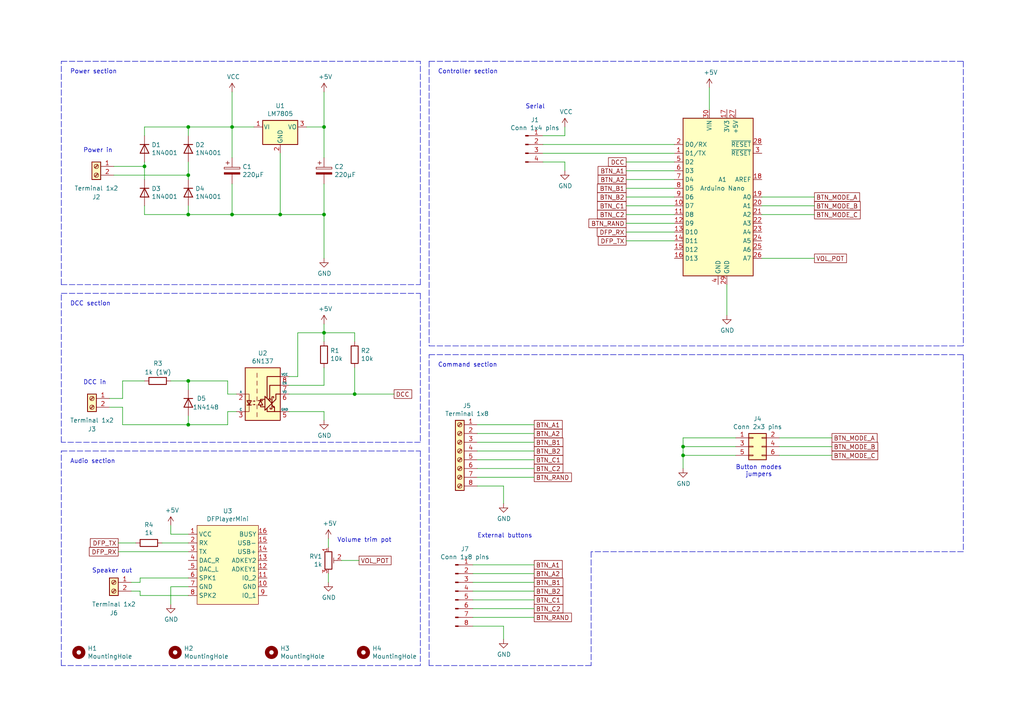
<source format=kicad_sch>
(kicad_sch (version 20211123) (generator eeschema)
  (paper "A4")
  (title_block (title "DA01 - Schematic") (date "2022-08-02") (rev "1.1") (company "CTM (ct-modelisme.fr)") (comment 1 "All rights reserved"))
  (lib_symbols
    (symbol "DA01-rescue:+5V-power" (power) (pin_names (offset 0))
      (property "Value" "+5V-power" (at 0 3.556 0))
      (symbol "+5V-power_0_1"
        (polyline (pts (xy -0.762 1.27) (xy 0 2.54)))
        (polyline (pts (xy 0 0) (xy 0 2.54)))
        (polyline (pts (xy 0 2.54) (xy 0.762 1.27)))
      )
      (symbol "+5V-power_1_1"
        (pin power_in line (at 0 0 90) (length 0) hide (name "+5V") (number "1"))
      )
    )
    (symbol "DA01-rescue:1N4001-Diode" (pin_numbers hide) (pin_names (offset 1.016) hide)
      (property "Reference" "D" (at 0 2.54 0))
      (property "Value" "1N4001-Diode" (at 0 -2.54 0))
      (symbol "1N4001-Diode_0_1"
        (polyline (pts (xy -1.27 1.27) (xy -1.27 -1.27)) (stroke (width 0.254)))
        (polyline (pts (xy 1.27 0) (xy -1.27 0)))
        (polyline (pts (xy 1.27 1.27) (xy 1.27 -1.27) (xy -1.27 0) (xy 1.27 1.27)) (stroke (width 0.254)))
      )
      (symbol "1N4001-Diode_1_1"
        (pin passive line (at -3.81 0 0) (length 2.54) (name "K") (number "1"))
        (pin passive line (at 3.81 0 180) (length 2.54) (name "A") (number "2"))
      )
    )
    (symbol "DA01-rescue:1N4148-Diode" (pin_numbers hide) (pin_names (offset 1.016) hide)
      (property "Reference" "D" (at 0 2.54 0))
      (property "Value" "1N4148-Diode" (at 0 -2.54 0))
      (symbol "1N4148-Diode_0_1"
        (polyline (pts (xy -1.27 1.27) (xy -1.27 -1.27)) (stroke (width 0.254)))
        (polyline (pts (xy 1.27 0) (xy -1.27 0)))
        (polyline (pts (xy 1.27 1.27) (xy 1.27 -1.27) (xy -1.27 0) (xy 1.27 1.27)) (stroke (width 0.254)))
      )
      (symbol "1N4148-Diode_1_1"
        (pin passive line (at -3.81 0 0) (length 2.54) (name "K") (number "1"))
        (pin passive line (at 3.81 0 180) (length 2.54) (name "A") (number "2"))
      )
    )
    (symbol "DA01-rescue:6N137-Isolator" (pin_names (offset 0))
      (property "Reference" "U" (at -4.064 8.89 0))
      (property "Value" "6N137-Isolator" (at 0 -8.89 0))
      (symbol "6N137-Isolator_0_1"
        (polyline (pts (xy 2.667 -3.556) (xy 2.667 -1.651)) (stroke (width 0.254)))
        (polyline (pts (xy 2.667 -2.159) (xy 2.667 -2.921)) (stroke (width 0.254)))
        (polyline (pts (xy 3.429 -3.937) (xy 3.429 -5.08)) (stroke (width 0.254)))
        (polyline (pts (xy -0.635 -3.302) (xy -0.635 -3.683) (xy 0.635 -3.683)) (stroke (width 0.254)))
        (polyline (pts (xy -0.635 -1.905) (xy -0.635 -1.524) (xy 0.508 -1.524)) (stroke (width 0.254)))
        (polyline (pts (xy 1.27 -4.064) (xy 1.27 -5.08) (xy 5.08 -5.08)) (stroke (width 0.254)))
        (polyline (pts (xy 1.27 -1.27) (xy 1.27 5.08) (xy 5.08 5.08)) (stroke (width 0.254)))
        (polyline (pts (xy 2.032 -1.27) (xy 2.032 2.54) (xy 5.08 2.54)) (stroke (width 0.254)))
        (polyline (pts (xy -5.08 -5.08) (xy -3.937 -5.08) (xy -3.937 0) (xy -5.08 0)))
        (polyline (pts (xy 2.667 -3.302) (xy 2.667 -4.318) (xy 2.159 -4.318) (xy 2.159 -3.937)) (stroke (width 0.254)))
        (polyline (pts (xy 2.667 -2.667) (xy 0.635 -4.699) (xy 0.635 -0.635) (xy 2.667 -2.667)) (stroke (width 0.254)))
        (polyline (pts (xy 2.667 -1.778) (xy 2.667 -0.762) (xy 3.175 -0.762) (xy 3.175 -1.143)) (stroke (width 0.254)))
        (polyline (pts (xy 2.794 -2.54) (xy 3.81 -1.524) (xy 3.81 0) (xy 5.08 0)) (stroke (width 0.254)))
        (polyline (pts (xy 2.667 -3.175) (xy 3.429 -3.937) (xy 3.302 -3.556) (xy 3.048 -3.81) (xy 3.429 -3.937)) (stroke (width 0.254)))
        (circle (center 2.032 -1.524) (radius 0.254) (stroke (width 0.254)))
      )
      (symbol "6N137-Isolator_1_1"
        (rectangle (start -5.08 7.62) (end 5.08 -7.62) (stroke (width 0.254)) (fill (type background)))
        (polyline (pts (xy -4.572 -3.175) (xy -3.302 -3.175)) (stroke (width 0.254)))
        (polyline (pts (xy -1.651 -5.334) (xy -1.651 -6.604)))
        (polyline (pts (xy -1.651 -3.048) (xy -1.651 -4.318)))
        (polyline (pts (xy -1.651 -0.762) (xy -1.651 -2.032)))
        (polyline (pts (xy -1.651 1.524) (xy -1.651 0.254)))
        (polyline (pts (xy -1.651 3.81) (xy -1.651 2.54)))
        (polyline (pts (xy -1.651 6.096) (xy -1.651 4.826)))
        (polyline (pts (xy -1.27 -1.905) (xy 0 -1.905)) (stroke (width 0.254)))
        (polyline (pts (xy -3.937 -3.175) (xy -4.572 -1.905) (xy -3.302 -1.905) (xy -3.937 -3.175)) (stroke (width 0.254)))
        (polyline (pts (xy -0.635 -1.905) (xy -1.27 -3.175) (xy 0 -3.175) (xy -0.635 -1.905)) (stroke (width 0.254)))
        (polyline (pts (xy -2.921 -3.048) (xy -2.159 -3.048) (xy -2.54 -3.175) (xy -2.54 -2.921) (xy -2.159 -3.048)) (stroke (width 0.127)))
        (polyline (pts (xy -2.921 -2.032) (xy -2.159 -2.032) (xy -2.54 -2.159) (xy -2.54 -1.905) (xy -2.159 -2.032)) (stroke (width 0.127)))
        (pin no_connect line (at -5.08 5.08 0) (length 2.54) hide (name "NC") (number "1"))
        (pin passive line (at -7.62 0 0) (length 2.54) (name "A") (number "2"))
        (pin passive line (at -7.62 -5.08 0) (length 2.54) (name "C") (number "3"))
        (pin power_in line (at 7.62 -5.08 180) (length 2.54) (name "GND") (number "5"))
        (pin open_collector line (at 7.62 0 180) (length 2.54) (name "VO") (number "6"))
        (pin input line (at 7.62 2.54 180) (length 2.54) (name "EN") (number "7"))
        (pin power_in line (at 7.62 5.08 180) (length 2.54) (name "VCC") (number "8"))
      )
    )
    (symbol "DA01-rescue:Arduino_Nano_v2.x-MCU_Module"
      (property "Reference" "A" (at -10.16 23.495 0))
      (property "Value" "Arduino_Nano_v2.x-MCU_Module" (at 5.08 -24.13 0))
      (symbol "Arduino_Nano_v2.x-MCU_Module_0_1"
        (rectangle (start -10.16 22.86) (end 10.16 -22.86) (stroke (width 0.254)) (fill (type background)))
      )
      (symbol "Arduino_Nano_v2.x-MCU_Module_1_1"
        (pin bidirectional line (at -12.7 12.7 0) (length 2.54) (name "D1/TX") (number "1"))
        (pin bidirectional line (at -12.7 -2.54 0) (length 2.54) (name "D7") (number "10"))
        (pin bidirectional line (at -12.7 -5.08 0) (length 2.54) (name "D8") (number "11"))
        (pin bidirectional line (at -12.7 -7.62 0) (length 2.54) (name "D9") (number "12"))
        (pin bidirectional line (at -12.7 -10.16 0) (length 2.54) (name "D10") (number "13"))
        (pin bidirectional line (at -12.7 -12.7 0) (length 2.54) (name "D11") (number "14"))
        (pin bidirectional line (at -12.7 -15.24 0) (length 2.54) (name "D12") (number "15"))
        (pin bidirectional line (at -12.7 -17.78 0) (length 2.54) (name "D13") (number "16"))
        (pin power_out line (at 2.54 25.4 270) (length 2.54) (name "3V3") (number "17"))
        (pin input line (at 12.7 5.08 180) (length 2.54) (name "AREF") (number "18"))
        (pin bidirectional line (at 12.7 0 180) (length 2.54) (name "A0") (number "19"))
        (pin bidirectional line (at -12.7 15.24 0) (length 2.54) (name "D0/RX") (number "2"))
        (pin bidirectional line (at 12.7 -2.54 180) (length 2.54) (name "A1") (number "20"))
        (pin bidirectional line (at 12.7 -5.08 180) (length 2.54) (name "A2") (number "21"))
        (pin bidirectional line (at 12.7 -7.62 180) (length 2.54) (name "A3") (number "22"))
        (pin bidirectional line (at 12.7 -10.16 180) (length 2.54) (name "A4") (number "23"))
        (pin bidirectional line (at 12.7 -12.7 180) (length 2.54) (name "A5") (number "24"))
        (pin bidirectional line (at 12.7 -15.24 180) (length 2.54) (name "A6") (number "25"))
        (pin bidirectional line (at 12.7 -17.78 180) (length 2.54) (name "A7") (number "26"))
        (pin power_out line (at 5.08 25.4 270) (length 2.54) (name "+5V") (number "27"))
        (pin input line (at 12.7 15.24 180) (length 2.54) (name "~{RESET}") (number "28"))
        (pin power_in line (at 2.54 -25.4 90) (length 2.54) (name "GND") (number "29"))
        (pin input line (at 12.7 12.7 180) (length 2.54) (name "~{RESET}") (number "3"))
        (pin power_in line (at -2.54 25.4 270) (length 2.54) (name "VIN") (number "30"))
        (pin power_in line (at 0 -25.4 90) (length 2.54) (name "GND") (number "4"))
        (pin bidirectional line (at -12.7 10.16 0) (length 2.54) (name "D2") (number "5"))
        (pin bidirectional line (at -12.7 7.62 0) (length 2.54) (name "D3") (number "6"))
        (pin bidirectional line (at -12.7 5.08 0) (length 2.54) (name "D4") (number "7"))
        (pin bidirectional line (at -12.7 2.54 0) (length 2.54) (name "D5") (number "8"))
        (pin bidirectional line (at -12.7 0 0) (length 2.54) (name "D6") (number "9"))
      )
    )
    (symbol "DA01-rescue:C_Polarized-Device" (pin_numbers hide) (pin_names (offset 0.254))
      (property "Reference" "C" (at 0.635 2.54 0))
      (property "Value" "C_Polarized-Device" (at 0.635 -2.54 0))
      (symbol "C_Polarized-Device_0_1"
        (rectangle (start -2.286 0.508) (end 2.286 1.016))
        (polyline (pts (xy -1.778 2.286) (xy -0.762 2.286)))
        (polyline (pts (xy -1.27 2.794) (xy -1.27 1.778)))
        (rectangle (start 2.286 -0.508) (end -2.286 -1.016) (fill (type outline)))
      )
      (symbol "C_Polarized-Device_1_1"
        (pin passive line (at 0 3.81 270) (length 2.794) (name "~") (number "1"))
        (pin passive line (at 0 -3.81 90) (length 2.794) (name "~") (number "2"))
      )
    )
    (symbol "DA01-rescue:Conn_01x04_Male-Connector" (pin_names (offset 1.016) hide)
      (property "Reference" "J" (at 0 5.08 0))
      (property "Value" "Conn_01x04_Male-Connector" (at 0 -7.62 0))
      (symbol "Conn_01x04_Male-Connector_1_1"
        (polyline (pts (xy 1.27 -5.08) (xy 0.8636 -5.08)) (stroke (width 0.1524)))
        (polyline (pts (xy 1.27 -2.54) (xy 0.8636 -2.54)) (stroke (width 0.1524)))
        (polyline (pts (xy 1.27 0) (xy 0.8636 0)) (stroke (width 0.1524)))
        (polyline (pts (xy 1.27 2.54) (xy 0.8636 2.54)) (stroke (width 0.1524)))
        (rectangle (start 0.8636 -4.953) (end 0 -5.207) (stroke (width 0.1524)) (fill (type outline)))
        (rectangle (start 0.8636 -2.413) (end 0 -2.667) (stroke (width 0.1524)) (fill (type outline)))
        (rectangle (start 0.8636 0.127) (end 0 -0.127) (stroke (width 0.1524)) (fill (type outline)))
        (rectangle (start 0.8636 2.667) (end 0 2.413) (stroke (width 0.1524)) (fill (type outline)))
        (pin passive line (at 5.08 2.54 180) (length 3.81) (name "Pin_1") (number "1"))
        (pin passive line (at 5.08 0 180) (length 3.81) (name "Pin_2") (number "2"))
        (pin passive line (at 5.08 -2.54 180) (length 3.81) (name "Pin_3") (number "3"))
        (pin passive line (at 5.08 -5.08 180) (length 3.81) (name "Pin_4") (number "4"))
      )
    )
    (symbol "DA01-rescue:Conn_01x08_Male-Connector" (pin_names (offset 1.016) hide)
      (property "Reference" "J" (at 0 10.16 0))
      (property "Value" "Conn_01x08_Male-Connector" (at 0 -12.7 0))
      (symbol "Conn_01x08_Male-Connector_1_1"
        (polyline (pts (xy 1.27 -10.16) (xy 0.8636 -10.16)) (stroke (width 0.1524)))
        (polyline (pts (xy 1.27 -7.62) (xy 0.8636 -7.62)) (stroke (width 0.1524)))
        (polyline (pts (xy 1.27 -5.08) (xy 0.8636 -5.08)) (stroke (width 0.1524)))
        (polyline (pts (xy 1.27 -2.54) (xy 0.8636 -2.54)) (stroke (width 0.1524)))
        (polyline (pts (xy 1.27 0) (xy 0.8636 0)) (stroke (width 0.1524)))
        (polyline (pts (xy 1.27 2.54) (xy 0.8636 2.54)) (stroke (width 0.1524)))
        (polyline (pts (xy 1.27 5.08) (xy 0.8636 5.08)) (stroke (width 0.1524)))
        (polyline (pts (xy 1.27 7.62) (xy 0.8636 7.62)) (stroke (width 0.1524)))
        (rectangle (start 0.8636 -10.033) (end 0 -10.287) (stroke (width 0.1524)) (fill (type outline)))
        (rectangle (start 0.8636 -7.493) (end 0 -7.747) (stroke (width 0.1524)) (fill (type outline)))
        (rectangle (start 0.8636 -4.953) (end 0 -5.207) (stroke (width 0.1524)) (fill (type outline)))
        (rectangle (start 0.8636 -2.413) (end 0 -2.667) (stroke (width 0.1524)) (fill (type outline)))
        (rectangle (start 0.8636 0.127) (end 0 -0.127) (stroke (width 0.1524)) (fill (type outline)))
        (rectangle (start 0.8636 2.667) (end 0 2.413) (stroke (width 0.1524)) (fill (type outline)))
        (rectangle (start 0.8636 5.207) (end 0 4.953) (stroke (width 0.1524)) (fill (type outline)))
        (rectangle (start 0.8636 7.747) (end 0 7.493) (stroke (width 0.1524)) (fill (type outline)))
        (pin passive line (at 5.08 7.62 180) (length 3.81) (name "Pin_1") (number "1"))
        (pin passive line (at 5.08 5.08 180) (length 3.81) (name "Pin_2") (number "2"))
        (pin passive line (at 5.08 2.54 180) (length 3.81) (name "Pin_3") (number "3"))
        (pin passive line (at 5.08 0 180) (length 3.81) (name "Pin_4") (number "4"))
        (pin passive line (at 5.08 -2.54 180) (length 3.81) (name "Pin_5") (number "5"))
        (pin passive line (at 5.08 -5.08 180) (length 3.81) (name "Pin_6") (number "6"))
        (pin passive line (at 5.08 -7.62 180) (length 3.81) (name "Pin_7") (number "7"))
        (pin passive line (at 5.08 -10.16 180) (length 3.81) (name "Pin_8") (number "8"))
      )
    )
    (symbol "DA01-rescue:Conn_02x03_Odd_Even-Connector_Generic" (pin_names (offset 1.016) hide)
      (property "Reference" "J" (at 1.27 5.08 0))
      (property "Value" "Conn_02x03_Odd_Even-Connector_Generic" (at 1.27 -5.08 0))
      (symbol "Conn_02x03_Odd_Even-Connector_Generic_1_1"
        (rectangle (start -1.27 -2.413) (end 0 -2.667) (stroke (width 0.1524)))
        (rectangle (start -1.27 0.127) (end 0 -0.127) (stroke (width 0.1524)))
        (rectangle (start -1.27 2.667) (end 0 2.413) (stroke (width 0.1524)))
        (rectangle (start -1.27 3.81) (end 3.81 -3.81) (stroke (width 0.254)) (fill (type background)))
        (rectangle (start 3.81 -2.413) (end 2.54 -2.667) (stroke (width 0.1524)))
        (rectangle (start 3.81 0.127) (end 2.54 -0.127) (stroke (width 0.1524)))
        (rectangle (start 3.81 2.667) (end 2.54 2.413) (stroke (width 0.1524)))
        (pin passive line (at -5.08 2.54 0) (length 3.81) (name "Pin_1") (number "1"))
        (pin passive line (at 7.62 2.54 180) (length 3.81) (name "Pin_2") (number "2"))
        (pin passive line (at -5.08 0 0) (length 3.81) (name "Pin_3") (number "3"))
        (pin passive line (at 7.62 0 180) (length 3.81) (name "Pin_4") (number "4"))
        (pin passive line (at -5.08 -2.54 0) (length 3.81) (name "Pin_5") (number "5"))
        (pin passive line (at 7.62 -2.54 180) (length 3.81) (name "Pin_6") (number "6"))
      )
    )
    (symbol "DA01-rescue:DFPlayerMini-Audio-DAD-02-rescue"
      (property "Reference" "U" (at 0 16.51 0))
      (property "Value" "DFPlayerMini-Audio-DAD-02-rescue" (at 0 13.97 0))
      (symbol "DFPlayerMini-Audio-DAD-02-rescue_0_1"
        (rectangle (start 8.89 11.43) (end -8.89 -11.43) (fill (type background)))
      )
      (symbol "DFPlayerMini-Audio-DAD-02-rescue_1_1"
        (pin input line (at -11.43 8.89 0) (length 2.54) (name "VCC") (number "1"))
        (pin input line (at 11.43 -6.35 180) (length 2.54) (name "GND") (number "10"))
        (pin bidirectional line (at 11.43 -3.81 180) (length 2.54) (name "IO_2") (number "11"))
        (pin input line (at 11.43 -1.27 180) (length 2.54) (name "ADKEY1") (number "12"))
        (pin input line (at 11.43 1.27 180) (length 2.54) (name "ADKEY2") (number "13"))
        (pin bidirectional line (at 11.43 3.81 180) (length 2.54) (name "USB+") (number "14"))
        (pin bidirectional line (at 11.43 6.35 180) (length 2.54) (name "USB-") (number "15"))
        (pin input line (at 11.43 8.89 180) (length 2.54) (name "BUSY") (number "16"))
        (pin bidirectional line (at -11.43 6.35 0) (length 2.54) (name "RX") (number "2"))
        (pin bidirectional line (at -11.43 3.81 0) (length 2.54) (name "TX") (number "3"))
        (pin input line (at -11.43 1.27 0) (length 2.54) (name "DAC_R") (number "4"))
        (pin input line (at -11.43 -1.27 0) (length 2.54) (name "DAC_L") (number "5"))
        (pin input line (at -11.43 -3.81 0) (length 2.54) (name "SPK1") (number "6"))
        (pin input line (at -11.43 -6.35 0) (length 2.54) (name "GND") (number "7"))
        (pin output line (at -11.43 -8.89 0) (length 2.54) (name "SPK2") (number "8"))
        (pin bidirectional line (at 11.43 -8.89 180) (length 2.54) (name "IO_1") (number "9"))
      )
    )
    (symbol "DA01-rescue:GND-power" (power) (pin_names (offset 0))
      (property "Value" "GND-power" (at 0 -3.81 0))
      (symbol "GND-power_0_1"
        (polyline (pts (xy 0 0) (xy 0 -1.27) (xy 1.27 -1.27) (xy 0 -2.54) (xy -1.27 -1.27) (xy 0 -1.27)))
      )
      (symbol "GND-power_1_1"
        (pin power_in line (at 0 0 270) (length 0) hide (name "GND") (number "1"))
      )
    )
    (symbol "DA01-rescue:LM7805_TO220-Regulator_Linear" (pin_names (offset 0.254))
      (property "Reference" "U" (at -3.81 3.175 0))
      (property "Value" "LM7805_TO220-Regulator_Linear" (at 0 3.175 0))
      (symbol "LM7805_TO220-Regulator_Linear_0_1"
        (rectangle (start -5.08 1.905) (end 5.08 -5.08) (stroke (width 0.254)) (fill (type background)))
      )
      (symbol "LM7805_TO220-Regulator_Linear_1_1"
        (pin power_in line (at -7.62 0 0) (length 2.54) (name "VI") (number "1"))
        (pin power_in line (at 0 -7.62 90) (length 2.54) (name "GND") (number "2"))
        (pin power_out line (at 7.62 0 180) (length 2.54) (name "VO") (number "3"))
      )
    )
    (symbol "DA01-rescue:MountingHole-Mechanical" (pin_names (offset 1.016))
      (property "Reference" "H" (at 0 5.08 0))
      (property "Value" "MountingHole-Mechanical" (at 0 3.175 0))
      (symbol "MountingHole-Mechanical_0_1"
        (circle (center 0 0) (radius 1.27) (stroke (width 1.27)))
      )
    )
    (symbol "DA01-rescue:R-Device" (pin_numbers hide) (pin_names (offset 0))
      (property "Reference" "R" (at 2.032 0 90))
      (property "Value" "R-Device" (at 0 0 90))
      (symbol "R-Device_0_1"
        (rectangle (start -1.016 -2.54) (end 1.016 2.54) (stroke (width 0.254)))
      )
      (symbol "R-Device_1_1"
        (pin passive line (at 0 3.81 270) (length 1.27) (name "~") (number "1"))
        (pin passive line (at 0 -3.81 90) (length 1.27) (name "~") (number "2"))
      )
    )
    (symbol "DA01-rescue:R_Potentiometer_Trim-Device" (pin_names (offset 1.016) hide)
      (property "Reference" "RV" (at -4.445 0 90))
      (property "Value" "R_Potentiometer_Trim-Device" (at -2.54 0 90))
      (symbol "R_Potentiometer_Trim-Device_0_1"
        (polyline (pts (xy 1.524 0.762) (xy 1.524 -0.762)))
        (polyline (pts (xy 2.54 0) (xy 1.524 0)))
        (rectangle (start 1.016 2.54) (end -1.016 -2.54) (stroke (width 0.254)))
      )
      (symbol "R_Potentiometer_Trim-Device_1_1"
        (pin passive line (at 0 3.81 270) (length 1.27) (name "1") (number "1"))
        (pin passive line (at 3.81 0 180) (length 1.27) (name "2") (number "2"))
        (pin passive line (at 0 -3.81 90) (length 1.27) (name "3") (number "3"))
      )
    )
    (symbol "DA01-rescue:Screw_Terminal_01x02-Connector" (pin_names (offset 1.016) hide)
      (property "Reference" "J" (at 0 2.54 0))
      (property "Value" "Screw_Terminal_01x02-Connector" (at 0 -5.08 0))
      (symbol "Screw_Terminal_01x02-Connector_1_1"
        (rectangle (start -1.27 1.27) (end 1.27 -3.81) (stroke (width 0.254)) (fill (type background)))
        (circle (center 0 -2.54) (radius 0.635) (stroke (width 0.1524)))
        (polyline (pts (xy -0.5334 -2.2098) (xy 0.3302 -3.048)) (stroke (width 0.1524)))
        (polyline (pts (xy -0.5334 0.3302) (xy 0.3302 -0.508)) (stroke (width 0.1524)))
        (polyline (pts (xy -0.3556 -2.032) (xy 0.508 -2.8702)) (stroke (width 0.1524)))
        (polyline (pts (xy -0.3556 0.508) (xy 0.508 -0.3302)) (stroke (width 0.1524)))
        (circle (center 0 0) (radius 0.635) (stroke (width 0.1524)))
        (pin passive line (at -5.08 0 0) (length 3.81) (name "Pin_1") (number "1"))
        (pin passive line (at -5.08 -2.54 0) (length 3.81) (name "Pin_2") (number "2"))
      )
    )
    (symbol "DA01-rescue:Screw_Terminal_01x08-Connector" (pin_names (offset 1.016) hide)
      (property "Reference" "J" (at 0 10.16 0))
      (property "Value" "Screw_Terminal_01x08-Connector" (at 0 -12.7 0))
      (symbol "Screw_Terminal_01x08-Connector_1_1"
        (rectangle (start -1.27 8.89) (end 1.27 -11.43) (stroke (width 0.254)) (fill (type background)))
        (circle (center 0 -10.16) (radius 0.635) (stroke (width 0.1524)))
        (circle (center 0 -7.62) (radius 0.635) (stroke (width 0.1524)))
        (circle (center 0 -5.08) (radius 0.635) (stroke (width 0.1524)))
        (circle (center 0 -2.54) (radius 0.635) (stroke (width 0.1524)))
        (polyline (pts (xy -0.5334 -9.8298) (xy 0.3302 -10.668)) (stroke (width 0.1524)))
        (polyline (pts (xy -0.5334 -7.2898) (xy 0.3302 -8.128)) (stroke (width 0.1524)))
        (polyline (pts (xy -0.5334 -4.7498) (xy 0.3302 -5.588)) (stroke (width 0.1524)))
        (polyline (pts (xy -0.5334 -2.2098) (xy 0.3302 -3.048)) (stroke (width 0.1524)))
        (polyline (pts (xy -0.5334 0.3302) (xy 0.3302 -0.508)) (stroke (width 0.1524)))
        (polyline (pts (xy -0.5334 2.8702) (xy 0.3302 2.032)) (stroke (width 0.1524)))
        (polyline (pts (xy -0.5334 5.4102) (xy 0.3302 4.572)) (stroke (width 0.1524)))
        (polyline (pts (xy -0.5334 7.9502) (xy 0.3302 7.112)) (stroke (width 0.1524)))
        (polyline (pts (xy -0.3556 -9.652) (xy 0.508 -10.4902)) (stroke (width 0.1524)))
        (polyline (pts (xy -0.3556 -7.112) (xy 0.508 -7.9502)) (stroke (width 0.1524)))
        (polyline (pts (xy -0.3556 -4.572) (xy 0.508 -5.4102)) (stroke (width 0.1524)))
        (polyline (pts (xy -0.3556 -2.032) (xy 0.508 -2.8702)) (stroke (width 0.1524)))
        (polyline (pts (xy -0.3556 0.508) (xy 0.508 -0.3302)) (stroke (width 0.1524)))
        (polyline (pts (xy -0.3556 3.048) (xy 0.508 2.2098)) (stroke (width 0.1524)))
        (polyline (pts (xy -0.3556 5.588) (xy 0.508 4.7498)) (stroke (width 0.1524)))
        (polyline (pts (xy -0.3556 8.128) (xy 0.508 7.2898)) (stroke (width 0.1524)))
        (circle (center 0 0) (radius 0.635) (stroke (width 0.1524)))
        (circle (center 0 2.54) (radius 0.635) (stroke (width 0.1524)))
        (circle (center 0 5.08) (radius 0.635) (stroke (width 0.1524)))
        (circle (center 0 7.62) (radius 0.635) (stroke (width 0.1524)))
        (pin passive line (at -5.08 7.62 0) (length 3.81) (name "Pin_1") (number "1"))
        (pin passive line (at -5.08 5.08 0) (length 3.81) (name "Pin_2") (number "2"))
        (pin passive line (at -5.08 2.54 0) (length 3.81) (name "Pin_3") (number "3"))
        (pin passive line (at -5.08 0 0) (length 3.81) (name "Pin_4") (number "4"))
        (pin passive line (at -5.08 -2.54 0) (length 3.81) (name "Pin_5") (number "5"))
        (pin passive line (at -5.08 -5.08 0) (length 3.81) (name "Pin_6") (number "6"))
        (pin passive line (at -5.08 -7.62 0) (length 3.81) (name "Pin_7") (number "7"))
        (pin passive line (at -5.08 -10.16 0) (length 3.81) (name "Pin_8") (number "8"))
      )
    )
    (symbol "DA01-rescue:VCC-power" (power) (pin_names (offset 0))
      (property "Value" "VCC-power" (at 0 3.81 0))
      (symbol "VCC-power_0_1"
        (polyline (pts (xy -0.762 1.27) (xy 0 2.54)))
        (polyline (pts (xy 0 0) (xy 0 2.54)))
        (polyline (pts (xy 0 2.54) (xy 0.762 1.27)))
      )
      (symbol "VCC-power_1_1"
        (pin power_in line (at 0 0 90) (length 0) hide (name "VCC") (number "1"))
      )
    )
  )
  (junction (at 198.12 129.54))
  (junction (at 198.12 132.08))
  (junction (at 54.61 50.8))
  (junction (at 93.98 62.23))
  (junction (at 67.31 36.83))
  (junction (at 41.91 48.26))
  (junction (at 102.87 114.3))
  (junction (at 67.31 62.23))
  (junction (at 93.98 36.83))
  (junction (at 54.61 62.23))
  (junction (at 54.61 123.19))
  (junction (at 93.98 96.52))
  (junction (at 81.28 62.23))
  (junction (at 54.61 36.83))
  (junction (at 54.61 110.49))
  (wire (pts (xy 54.61 110.49) (xy 66.04 110.49)))
  (polyline (pts (xy 17.78 193.04) (xy 17.78 130.81)))
  (wire (pts (xy 138.43 130.81) (xy 154.94 130.81)))
  (polyline (pts (xy 121.92 128.27) (xy 17.78 128.27)))
  (wire (pts (xy 210.82 82.55) (xy 210.82 91.44)))
  (wire (pts (xy 81.28 44.45) (xy 81.28 62.23)))
  (polyline (pts (xy 171.45 193.04) (xy 124.46 193.04)))
  (polyline (pts (xy 17.78 82.55) (xy 121.92 82.55)))
  (wire (pts (xy 41.91 48.26) (xy 41.91 46.99)))
  (wire (pts (xy 86.36 109.22) (xy 86.36 96.52)))
  (wire (pts (xy 157.48 46.99) (xy 163.83 46.99)))
  (wire (pts (xy 95.25 158.75) (xy 95.25 156.21)))
  (wire (pts (xy 86.36 96.52) (xy 93.98 96.52)))
  (wire (pts (xy 54.61 120.65) (xy 54.61 123.19)))
  (wire (pts (xy 181.61 67.31) (xy 195.58 67.31)))
  (wire (pts (xy 236.22 59.69) (xy 220.98 59.69)))
  (wire (pts (xy 205.74 31.75) (xy 205.74 25.4)))
  (polyline (pts (xy 124.46 193.04) (xy 124.46 102.87)))
  (wire (pts (xy 181.61 49.53) (xy 195.58 49.53)))
  (polyline (pts (xy 124.46 100.33) (xy 279.4 100.33)))
  (wire (pts (xy 66.04 114.3) (xy 66.04 110.49)))
  (wire (pts (xy 83.82 111.76) (xy 93.98 111.76)))
  (wire (pts (xy 54.61 62.23) (xy 54.61 59.69)))
  (wire (pts (xy 220.98 57.15) (xy 236.22 57.15)))
  (wire (pts (xy 83.82 119.38) (xy 93.98 119.38)))
  (wire (pts (xy 41.91 36.83) (xy 54.61 36.83)))
  (wire (pts (xy 40.64 172.72) (xy 54.61 172.72)))
  (wire (pts (xy 54.61 110.49) (xy 54.61 113.03)))
  (wire (pts (xy 34.29 160.02) (xy 54.61 160.02)))
  (wire (pts (xy 41.91 52.07) (xy 41.91 48.26)))
  (polyline (pts (xy 279.4 160.02) (xy 171.45 160.02)))
  (wire (pts (xy 181.61 62.23) (xy 195.58 62.23)))
  (wire (pts (xy 195.58 64.77) (xy 181.61 64.77)))
  (wire (pts (xy 181.61 54.61) (xy 195.58 54.61)))
  (wire (pts (xy 93.98 26.67) (xy 93.98 36.83)))
  (wire (pts (xy 67.31 62.23) (xy 67.31 53.34)))
  (wire (pts (xy 83.82 109.22) (xy 86.36 109.22)))
  (wire (pts (xy 41.91 62.23) (xy 54.61 62.23)))
  (wire (pts (xy 31.75 118.11) (xy 35.56 118.11)))
  (wire (pts (xy 226.06 127) (xy 241.3 127)))
  (wire (pts (xy 67.31 36.83) (xy 67.31 45.72)))
  (wire (pts (xy 137.16 171.45) (xy 154.94 171.45)))
  (wire (pts (xy 35.56 118.11) (xy 35.56 123.19)))
  (wire (pts (xy 137.16 176.53) (xy 154.94 176.53)))
  (wire (pts (xy 198.12 127) (xy 198.12 129.54)))
  (wire (pts (xy 157.48 44.45) (xy 195.58 44.45)))
  (wire (pts (xy 137.16 168.91) (xy 154.94 168.91)))
  (polyline (pts (xy 121.92 82.55) (xy 121.92 17.78)))
  (polyline (pts (xy 17.78 85.09) (xy 121.92 85.09)))
  (polyline (pts (xy 124.46 17.78) (xy 124.46 100.33)))
  (wire (pts (xy 198.12 132.08) (xy 198.12 135.89)))
  (wire (pts (xy 49.53 154.94) (xy 54.61 154.94)))
  (wire (pts (xy 138.43 138.43) (xy 154.94 138.43)))
  (wire (pts (xy 67.31 26.67) (xy 67.31 36.83)))
  (wire (pts (xy 40.64 167.64) (xy 54.61 167.64)))
  (wire (pts (xy 49.53 154.94) (xy 49.53 152.4)))
  (wire (pts (xy 49.53 110.49) (xy 54.61 110.49)))
  (wire (pts (xy 198.12 129.54) (xy 198.12 132.08)))
  (polyline (pts (xy 121.92 130.81) (xy 121.92 193.04)))
  (wire (pts (xy 46.99 157.48) (xy 54.61 157.48)))
  (wire (pts (xy 181.61 69.85) (xy 195.58 69.85)))
  (wire (pts (xy 102.87 96.52) (xy 102.87 99.06)))
  (wire (pts (xy 35.56 110.49) (xy 41.91 110.49)))
  (polyline (pts (xy 124.46 102.87) (xy 279.4 102.87)))
  (wire (pts (xy 146.05 140.97) (xy 138.43 140.97)))
  (wire (pts (xy 54.61 123.19) (xy 66.04 123.19)))
  (wire (pts (xy 102.87 114.3) (xy 102.87 106.68)))
  (wire (pts (xy 38.1 168.91) (xy 40.64 168.91)))
  (wire (pts (xy 66.04 123.19) (xy 66.04 119.38)))
  (wire (pts (xy 138.43 125.73) (xy 154.94 125.73)))
  (polyline (pts (xy 279.4 17.78) (xy 279.4 100.33)))
  (wire (pts (xy 181.61 57.15) (xy 195.58 57.15)))
  (wire (pts (xy 54.61 50.8) (xy 54.61 46.99)))
  (wire (pts (xy 93.98 36.83) (xy 93.98 45.72)))
  (wire (pts (xy 99.06 162.56) (xy 104.14 162.56)))
  (wire (pts (xy 41.91 59.69) (xy 41.91 62.23)))
  (wire (pts (xy 93.98 62.23) (xy 93.98 53.34)))
  (wire (pts (xy 157.48 39.37) (xy 163.83 39.37)))
  (polyline (pts (xy 17.78 130.81) (xy 121.92 130.81)))
  (wire (pts (xy 68.58 114.3) (xy 66.04 114.3)))
  (wire (pts (xy 146.05 181.61) (xy 137.16 181.61)))
  (wire (pts (xy 41.91 39.37) (xy 41.91 36.83)))
  (wire (pts (xy 33.02 48.26) (xy 41.91 48.26)))
  (wire (pts (xy 114.3 114.3) (xy 102.87 114.3)))
  (wire (pts (xy 154.94 135.89) (xy 138.43 135.89)))
  (wire (pts (xy 54.61 36.83) (xy 54.61 39.37)))
  (wire (pts (xy 49.53 175.26) (xy 49.53 170.18)))
  (wire (pts (xy 157.48 41.91) (xy 195.58 41.91)))
  (wire (pts (xy 34.29 157.48) (xy 39.37 157.48)))
  (wire (pts (xy 154.94 179.07) (xy 137.16 179.07)))
  (wire (pts (xy 93.98 111.76) (xy 93.98 106.68)))
  (wire (pts (xy 95.25 168.91) (xy 95.25 166.37)))
  (polyline (pts (xy 121.92 193.04) (xy 17.78 193.04)))
  (polyline (pts (xy 17.78 17.78) (xy 121.92 17.78)))
  (wire (pts (xy 88.9 36.83) (xy 93.98 36.83)))
  (wire (pts (xy 93.98 99.06) (xy 93.98 96.52)))
  (polyline (pts (xy 124.46 17.78) (xy 279.4 17.78)))
  (wire (pts (xy 40.64 171.45) (xy 38.1 171.45)))
  (wire (pts (xy 93.98 96.52) (xy 102.87 96.52)))
  (wire (pts (xy 67.31 62.23) (xy 81.28 62.23)))
  (wire (pts (xy 163.83 46.99) (xy 163.83 49.53)))
  (wire (pts (xy 163.83 39.37) (xy 163.83 36.83)))
  (wire (pts (xy 83.82 114.3) (xy 102.87 114.3)))
  (wire (pts (xy 213.36 129.54) (xy 198.12 129.54)))
  (wire (pts (xy 35.56 123.19) (xy 54.61 123.19)))
  (wire (pts (xy 146.05 185.42) (xy 146.05 181.61)))
  (wire (pts (xy 226.06 132.08) (xy 241.3 132.08)))
  (wire (pts (xy 40.64 172.72) (xy 40.64 171.45)))
  (polyline (pts (xy 17.78 82.55) (xy 17.78 17.78)))
  (wire (pts (xy 137.16 163.83) (xy 154.94 163.83)))
  (wire (pts (xy 67.31 36.83) (xy 73.66 36.83)))
  (wire (pts (xy 93.98 119.38) (xy 93.98 121.92)))
  (polyline (pts (xy 17.78 128.27) (xy 17.78 85.09)))
  (wire (pts (xy 93.98 96.52) (xy 93.98 93.98)))
  (wire (pts (xy 195.58 52.07) (xy 181.61 52.07)))
  (wire (pts (xy 181.61 46.99) (xy 195.58 46.99)))
  (wire (pts (xy 220.98 62.23) (xy 236.22 62.23)))
  (wire (pts (xy 54.61 36.83) (xy 67.31 36.83)))
  (wire (pts (xy 40.64 168.91) (xy 40.64 167.64)))
  (polyline (pts (xy 121.92 85.09) (xy 121.92 128.27)))
  (wire (pts (xy 241.3 129.54) (xy 226.06 129.54)))
  (polyline (pts (xy 279.4 102.87) (xy 279.4 160.02)))
  (wire (pts (xy 54.61 62.23) (xy 67.31 62.23)))
  (wire (pts (xy 54.61 52.07) (xy 54.61 50.8)))
  (wire (pts (xy 195.58 59.69) (xy 181.61 59.69)))
  (wire (pts (xy 138.43 133.35) (xy 154.94 133.35)))
  (wire (pts (xy 198.12 132.08) (xy 213.36 132.08)))
  (wire (pts (xy 81.28 62.23) (xy 93.98 62.23)))
  (wire (pts (xy 93.98 74.93) (xy 93.98 62.23)))
  (wire (pts (xy 31.75 115.57) (xy 35.56 115.57)))
  (wire (pts (xy 66.04 119.38) (xy 68.58 119.38)))
  (wire (pts (xy 35.56 115.57) (xy 35.56 110.49)))
  (wire (pts (xy 138.43 123.19) (xy 154.94 123.19)))
  (wire (pts (xy 138.43 128.27) (xy 154.94 128.27)))
  (wire (pts (xy 146.05 146.05) (xy 146.05 140.97)))
  (wire (pts (xy 54.61 170.18) (xy 49.53 170.18)))
  (wire (pts (xy 154.94 166.37) (xy 137.16 166.37)))
  (wire (pts (xy 33.02 50.8) (xy 54.61 50.8)))
  (wire (pts (xy 236.22 74.93) (xy 220.98 74.93)))
  (wire (pts (xy 137.16 173.99) (xy 154.94 173.99)))
  (wire (pts (xy 213.36 127) (xy 198.12 127)))
  (polyline (pts (xy 171.45 160.02) (xy 171.45 193.04)))
  (text "Volume trim pot" (at 97.79 157.48 0) (effects (font (size 1.27 1.27)) (justify left bottom)))
  (text "DCC in" (at 24.13 111.76 0) (effects (font (size 1.27 1.27)) (justify left bottom)))
  (text "Power section" (at 20.32 21.59 0) (effects (font (size 1.27 1.27)) (justify left bottom)))
  (text "DCC section" (at 20.32 88.9 0) (effects (font (size 1.27 1.27)) (justify left bottom)))
  (text "Button modes \n   jumpers" (at 213.36 138.43 0) (effects (font (size 1.27 1.27)) (justify left bottom)))
  (text "Command section" (at 127 106.68 0) (effects (font (size 1.27 1.27)) (justify left bottom)))
  (text "Serial" (at 152.4 31.75 0) (effects (font (size 1.27 1.27)) (justify left bottom)))
  (text "Power in" (at 24.13 44.45 0) (effects (font (size 1.27 1.27)) (justify left bottom)))
  (text "Speaker out" (at 26.67 166.37 0) (effects (font (size 1.27 1.27)) (justify left bottom)))
  (text "Audio section" (at 20.32 134.62 0) (effects (font (size 1.27 1.27)) (justify left bottom)))
  (text "External buttons" (at 138.43 156.21 0) (effects (font (size 1.27 1.27)) (justify left bottom)))
  (text "Controller section" (at 127 21.59 0) (effects (font (size 1.27 1.27)) (justify left bottom)))
  (global_label "BTN_A1" (shape passive) (at 154.94 163.83 0) (property "Intersheet References" "${INTERSHEET_REFS}" (effects hide)))
  (global_label "BTN_RAND" (shape passive) (at 181.61 64.77 180) (property "Intersheet References" "${INTERSHEET_REFS}" (effects hide)))
  (global_label "BTN_A2" (shape passive) (at 181.61 52.07 180) (property "Intersheet References" "${INTERSHEET_REFS}" (effects hide)))
  (global_label "BTN_C1" (shape passive) (at 154.94 133.35 0) (property "Intersheet References" "${INTERSHEET_REFS}" (effects hide)))
  (global_label "BTN_B1" (shape passive) (at 154.94 128.27 0) (property "Intersheet References" "${INTERSHEET_REFS}" (effects hide)))
  (global_label "BTN_C2" (shape passive) (at 154.94 176.53 0) (property "Intersheet References" "${INTERSHEET_REFS}" (effects hide)))
  (global_label "BTN_C2" (shape passive) (at 181.61 62.23 180) (property "Intersheet References" "${INTERSHEET_REFS}" (effects hide)))
  (global_label "VOL_POT" (shape passive) (at 104.14 162.56 0) (property "Intersheet References" "${INTERSHEET_REFS}" (effects hide)))
  (global_label "DFP_TX" (shape passive) (at 34.29 157.48 180) (property "Intersheet References" "${INTERSHEET_REFS}" (effects hide)))
  (global_label "BTN_MODE_C" (shape passive) (at 236.22 62.23 0) (property "Intersheet References" "${INTERSHEET_REFS}" (effects hide)))
  (global_label "BTN_RAND" (shape passive) (at 154.94 179.07 0) (property "Intersheet References" "${INTERSHEET_REFS}" (effects hide)))
  (global_label "BTN_MODE_A" (shape passive) (at 241.3 127 0) (property "Intersheet References" "${INTERSHEET_REFS}" (effects hide)))
  (global_label "DFP_RX" (shape passive) (at 34.29 160.02 180) (property "Intersheet References" "${INTERSHEET_REFS}" (effects hide)))
  (global_label "BTN_A2" (shape passive) (at 154.94 166.37 0) (property "Intersheet References" "${INTERSHEET_REFS}" (effects hide)))
  (global_label "DCC" (shape passive) (at 181.61 46.99 180) (property "Intersheet References" "${INTERSHEET_REFS}" (effects hide)))
  (global_label "BTN_C1" (shape passive) (at 181.61 59.69 180) (property "Intersheet References" "${INTERSHEET_REFS}" (effects hide)))
  (global_label "BTN_MODE_C" (shape passive) (at 241.3 132.08 0) (property "Intersheet References" "${INTERSHEET_REFS}" (effects hide)))
  (global_label "DFP_RX" (shape passive) (at 181.61 67.31 180) (property "Intersheet References" "${INTERSHEET_REFS}" (effects hide)))
  (global_label "BTN_B2" (shape passive) (at 154.94 130.81 0) (property "Intersheet References" "${INTERSHEET_REFS}" (effects hide)))
  (global_label "BTN_RAND" (shape passive) (at 154.94 138.43 0) (property "Intersheet References" "${INTERSHEET_REFS}" (effects hide)))
  (global_label "BTN_B1" (shape passive) (at 181.61 54.61 180) (property "Intersheet References" "${INTERSHEET_REFS}" (effects hide)))
  (global_label "BTN_C1" (shape passive) (at 154.94 173.99 0) (property "Intersheet References" "${INTERSHEET_REFS}" (effects hide)))
  (global_label "DCC" (shape passive) (at 114.3 114.3 0) (property "Intersheet References" "${INTERSHEET_REFS}" (effects hide)))
  (global_label "BTN_MODE_B" (shape passive) (at 241.3 129.54 0) (property "Intersheet References" "${INTERSHEET_REFS}" (effects hide)))
  (global_label "BTN_B2" (shape passive) (at 181.61 57.15 180) (property "Intersheet References" "${INTERSHEET_REFS}" (effects hide)))
  (global_label "VOL_POT" (shape passive) (at 236.22 74.93 0) (property "Intersheet References" "${INTERSHEET_REFS}" (effects hide)))
  (global_label "BTN_MODE_B" (shape passive) (at 236.22 59.69 0) (property "Intersheet References" "${INTERSHEET_REFS}" (effects hide)))
  (global_label "BTN_A1" (shape passive) (at 154.94 123.19 0) (property "Intersheet References" "${INTERSHEET_REFS}" (effects hide)))
  (global_label "BTN_B1" (shape passive) (at 154.94 168.91 0) (property "Intersheet References" "${INTERSHEET_REFS}" (effects hide)))
  (global_label "BTN_A1" (shape passive) (at 181.61 49.53 180) (property "Intersheet References" "${INTERSHEET_REFS}" (effects hide)))
  (global_label "BTN_MODE_A" (shape passive) (at 236.22 57.15 0) (property "Intersheet References" "${INTERSHEET_REFS}" (effects hide)))
  (global_label "BTN_A2" (shape passive) (at 154.94 125.73 0) (property "Intersheet References" "${INTERSHEET_REFS}" (effects hide)))
  (global_label "BTN_C2" (shape passive) (at 154.94 135.89 0) (property "Intersheet References" "${INTERSHEET_REFS}" (effects hide)))
  (global_label "DFP_TX" (shape passive) (at 181.61 69.85 180) (property "Intersheet References" "${INTERSHEET_REFS}" (effects hide)))
  (global_label "BTN_B2" (shape passive) (at 154.94 171.45 0) (property "Intersheet References" "${INTERSHEET_REFS}" (effects hide)))
  (symbol (lib_id "DA01-rescue:Arduino_Nano_v2.x-MCU_Module") (at 208.28 57.15 0) (unit 1)
    (property "Reference" "A1" (at 209.55 52.07 0))
    (property "Value" "Arduino Nano" (at 209.55 54.61 0))
    (property "Footprint" "Module:Arduino_Nano" (effects hide))
    (property "Datasheet" "https://www.arduino.cc/en/uploads/Main/ArduinoNanoManual23.pdf" (effects hide))
  )
  (symbol (lib_id "DA01-rescue:Screw_Terminal_01x02-Connector") (at 27.94 48.26 0) (mirror y) (unit 1)
    (property "Reference" "J2" (at 27.94 57.15 0))
    (property "Value" "Terminal 1x2" (at 27.94 54.61 0))
    (property "Footprint" "TerminalBlock:TerminalBlock_bornier-2_P5.08mm" (effects hide))
  )
  (symbol (lib_id "DA01-rescue:1N4001-Diode") (at 41.91 43.18 270) (unit 1)
    (property "Reference" "D1" (at 43.942 42.0116 90) (effects (justify left)))
    (property "Value" "1N4001" (at 43.942 44.323 90) (effects (justify left)))
    (property "Footprint" "Diode_THT:D_DO-41_SOD81_P10.16mm_Horizontal" (effects hide))
    (property "Datasheet" "http://www.vishay.com/docs/88503/1n4001.pdf" (effects hide))
  )
  (symbol (lib_id "DA01-rescue:1N4001-Diode") (at 41.91 55.88 270) (unit 1)
    (property "Reference" "D3" (at 43.942 54.7116 90) (effects (justify left)))
    (property "Value" "1N4001" (at 43.942 57.023 90) (effects (justify left)))
    (property "Footprint" "Diode_THT:D_DO-41_SOD81_P10.16mm_Horizontal" (effects hide))
    (property "Datasheet" "http://www.vishay.com/docs/88503/1n4001.pdf" (effects hide))
  )
  (symbol (lib_id "DA01-rescue:1N4001-Diode") (at 54.61 43.18 270) (unit 1)
    (property "Reference" "D2" (at 56.642 42.0116 90) (effects (justify left)))
    (property "Value" "1N4001" (at 56.642 44.323 90) (effects (justify left)))
    (property "Footprint" "Diode_THT:D_DO-41_SOD81_P10.16mm_Horizontal" (effects hide))
    (property "Datasheet" "http://www.vishay.com/docs/88503/1n4001.pdf" (effects hide))
  )
  (symbol (lib_id "DA01-rescue:1N4001-Diode") (at 54.61 55.88 270) (unit 1)
    (property "Reference" "D4" (at 56.642 54.7116 90) (effects (justify left)))
    (property "Value" "1N4001" (at 56.642 57.023 90) (effects (justify left)))
    (property "Footprint" "Diode_THT:D_DO-41_SOD81_P10.16mm_Horizontal" (effects hide))
    (property "Datasheet" "http://www.vishay.com/docs/88503/1n4001.pdf" (effects hide))
  )
  (symbol (lib_id "DA01-rescue:C_Polarized-Device") (at 67.31 49.53 0) (unit 1)
    (property "Reference" "C1" (at 70.3072 48.3616 0) (effects (justify left)))
    (property "Value" "220µF" (at 70.3072 50.673 0) (effects (justify left)))
    (property "Footprint" "Capacitor_THT:CP_Radial_D6.3mm_P2.50mm" (effects hide))
  )
  (symbol (lib_id "DA01-rescue:LM7805_TO220-Regulator_Linear") (at 81.28 36.83 0) (unit 1)
    (property "Reference" "U1" (at 81.28 30.6832 0))
    (property "Value" "LM7805" (at 81.28 32.9946 0))
    (property "Footprint" "Package_TO_SOT_THT:TO-220-3_Vertical" (effects hide))
    (property "Datasheet" "https://www.onsemi.cn/PowerSolutions/document/MC7800-D.PDF" (effects hide))
  )
  (symbol (lib_id "DA01-rescue:6N137-Isolator") (at 76.2 114.3 0) (unit 1)
    (property "Reference" "U2" (at 76.2 102.4382 0))
    (property "Value" "6N137" (at 76.2 104.7496 0))
    (property "Footprint" "Package_DIP:DIP-8_W7.62mm" (effects hide))
    (property "Datasheet" "https://docs.broadcom.com/docs/AV02-0940EN" (effects hide))
  )
  (symbol (lib_id "DA01-rescue:1N4148-Diode") (at 54.61 116.84 270) (unit 1)
    (property "Reference" "D5" (at 58.42 115.57 90))
    (property "Value" "1N4148" (at 59.69 118.11 90))
    (property "Footprint" "Diode_THT:D_DO-35_SOD27_P7.62mm_Horizontal" (effects hide))
    (property "Datasheet" "https://assets.nexperia.com/documents/data-sheet/1N4148_1N4448.pdf" (effects hide))
  )
  (symbol (lib_id "DA01-rescue:R-Device") (at 45.72 110.49 270) (unit 1)
    (property "Reference" "R3" (at 44.45 105.41 90) (effects (justify left)))
    (property "Value" "1k (1W)" (at 41.91 107.95 90) (effects (justify left)))
    (property "Footprint" "Resistor_THT:R_Axial_DIN0309_L9.0mm_D3.2mm_P12.70mm_Horizontal" (effects hide))
  )
  (symbol (lib_id "DA01-rescue:R-Device") (at 93.98 102.87 0) (unit 1)
    (property "Reference" "R1" (at 95.758 101.7016 0) (effects (justify left)))
    (property "Value" "10k" (at 95.758 104.013 0) (effects (justify left)))
    (property "Footprint" "Resistor_THT:R_Axial_DIN0207_L6.3mm_D2.5mm_P10.16mm_Horizontal" (effects hide))
  )
  (symbol (lib_id "DA01-rescue:R-Device") (at 102.87 102.87 0) (unit 1)
    (property "Reference" "R2" (at 104.648 101.7016 0) (effects (justify left)))
    (property "Value" "10k" (at 104.648 104.013 0) (effects (justify left)))
    (property "Footprint" "Resistor_THT:R_Axial_DIN0207_L6.3mm_D2.5mm_P10.16mm_Horizontal" (effects hide))
  )
  (symbol (lib_id "DA01-rescue:Screw_Terminal_01x02-Connector") (at 26.67 115.57 0) (mirror y) (unit 1)
    (property "Reference" "J3" (at 26.67 124.46 0))
    (property "Value" "Terminal 1x2" (at 26.67 121.92 0))
    (property "Footprint" "TerminalBlock:TerminalBlock_bornier-2_P5.08mm" (effects hide))
  )
  (symbol (lib_id "DA01-rescue:C_Polarized-Device") (at 93.98 49.53 0) (unit 1)
    (property "Reference" "C2" (at 96.9772 48.3616 0) (effects (justify left)))
    (property "Value" "220µF" (at 96.9772 50.673 0) (effects (justify left)))
    (property "Footprint" "Capacitor_THT:CP_Radial_D6.3mm_P2.50mm" (effects hide))
  )
  (symbol (lib_id "DA01-rescue:VCC-power") (at 67.31 26.67 0) (unit 1)
    (property "Reference" "#PWR02" (effects hide))
    (property "Value" "VCC" (at 67.691 22.2758 0))
  )
  (symbol (lib_id "DA01-rescue:+5V-power") (at 93.98 26.67 0) (unit 1)
    (property "Reference" "#PWR03" (effects hide))
    (property "Value" "+5V" (at 94.361 22.2758 0))
  )
  (symbol (lib_id "DA01-rescue:GND-power") (at 93.98 74.93 0) (unit 1)
    (property "Reference" "#PWR06" (effects hide))
    (property "Value" "GND" (at 94.107 79.3242 0))
  )
  (symbol (lib_id "DA01-rescue:MountingHole-Mechanical") (at 22.86 189.23 0) (unit 1)
    (property "Reference" "H1" (at 25.4 188.0616 0) (effects (justify left)))
    (property "Value" "MountingHole" (at 25.4 190.373 0) (effects (justify left)))
    (property "Footprint" "MountingHole:MountingHole_3.2mm_M3" (effects hide))
  )
  (symbol (lib_id "DA01-rescue:+5V-power") (at 93.98 93.98 0) (unit 1)
    (property "Reference" "#PWR08" (effects hide))
    (property "Value" "+5V" (at 94.361 89.5858 0))
  )
  (symbol (lib_id "DA01-rescue:GND-power") (at 93.98 121.92 0) (unit 1)
    (property "Reference" "#PWR09" (effects hide))
    (property "Value" "GND" (at 94.107 126.3142 0))
  )
  (symbol (lib_id "DA01-rescue:+5V-power") (at 205.74 25.4 0) (unit 1)
    (property "Reference" "#PWR01" (effects hide))
    (property "Value" "+5V" (at 206.121 21.0058 0))
  )
  (symbol (lib_id "DA01-rescue:GND-power") (at 210.82 91.44 0) (unit 1)
    (property "Reference" "#PWR07" (effects hide))
    (property "Value" "GND" (at 210.947 95.8342 0))
  )
  (symbol (lib_id "DA01-rescue:GND-power") (at 163.83 49.53 0) (unit 1)
    (property "Reference" "#PWR05" (effects hide))
    (property "Value" "GND" (at 163.957 53.9242 0))
  )
  (symbol (lib_id "DA01-rescue:VCC-power") (at 163.83 36.83 0) (unit 1)
    (property "Reference" "#PWR04" (effects hide))
    (property "Value" "VCC" (at 164.211 32.4358 0))
  )
  (symbol (lib_id "DA01-rescue:MountingHole-Mechanical") (at 50.8 189.23 0) (unit 1)
    (property "Reference" "H2" (at 53.34 188.0616 0) (effects (justify left)))
    (property "Value" "MountingHole" (at 53.34 190.373 0) (effects (justify left)))
    (property "Footprint" "MountingHole:MountingHole_3.2mm_M3" (effects hide))
  )
  (symbol (lib_id "DA01-rescue:MountingHole-Mechanical") (at 78.74 189.23 0) (unit 1)
    (property "Reference" "H3" (at 81.28 188.0616 0) (effects (justify left)))
    (property "Value" "MountingHole" (at 81.28 190.373 0) (effects (justify left)))
    (property "Footprint" "MountingHole:MountingHole_3.2mm_M3" (effects hide))
  )
  (symbol (lib_id "DA01-rescue:MountingHole-Mechanical") (at 105.41 189.23 0) (unit 1)
    (property "Reference" "H4" (at 107.95 188.0616 0) (effects (justify left)))
    (property "Value" "MountingHole" (at 107.95 190.373 0) (effects (justify left)))
    (property "Footprint" "MountingHole:MountingHole_3.2mm_M3" (effects hide))
  )
  (symbol (lib_id "DA01-rescue:R_Potentiometer_Trim-Device") (at 95.25 162.56 0) (unit 1)
    (property "Reference" "RV1" (at 93.472 161.3916 0) (effects (justify right)))
    (property "Value" "1k" (at 93.472 163.703 0) (effects (justify right)))
    (property "Footprint" "Potentiometer_THT:Potentiometer_ACP_CA9-H2,5_Horizontal" (effects hide))
  )
  (symbol (lib_id "DA01-rescue:Conn_02x03_Odd_Even-Connector_Generic") (at 218.44 129.54 0) (unit 1)
    (property "Reference" "J4" (at 219.71 121.4882 0))
    (property "Value" "Conn 2x3 pins" (at 219.71 123.7996 0))
    (property "Footprint" "Connector_PinHeader_2.54mm:PinHeader_2x03_P2.54mm_Vertical" (effects hide))
  )
  (symbol (lib_id "DA01-rescue:GND-power") (at 198.12 135.89 0) (unit 1)
    (property "Reference" "#PWR010" (effects hide))
    (property "Value" "GND" (at 198.247 140.2842 0))
  )
  (symbol (lib_id "DA01-rescue:GND-power") (at 95.25 168.91 0) (unit 1)
    (property "Reference" "#PWR014" (effects hide))
    (property "Value" "GND" (at 95.377 173.3042 0))
  )
  (symbol (lib_id "DA01-rescue:+5V-power") (at 95.25 156.21 0) (unit 1)
    (property "Reference" "#PWR013" (effects hide))
    (property "Value" "+5V" (at 95.631 151.8158 0))
  )
  (symbol (lib_id "DA01-rescue:Screw_Terminal_01x08-Connector") (at 133.35 130.81 0) (mirror y) (unit 1)
    (property "Reference" "J5" (at 135.4328 117.6782 0))
    (property "Value" "Terminal 1x8" (at 135.4328 119.9896 0))
    (property "Footprint" "TerminalBlock:TerminalBlock_bornier-8_P5.08mm" (effects hide))
  )
  (symbol (lib_id "DA01-rescue:GND-power") (at 146.05 146.05 0) (unit 1)
    (property "Reference" "#PWR011" (effects hide))
    (property "Value" "GND" (at 146.177 150.4442 0))
  )
  (symbol (lib_id "DA01-rescue:Conn_01x08_Male-Connector") (at 132.08 171.45 0) (unit 1)
    (property "Reference" "J7" (at 134.8232 159.2326 0))
    (property "Value" "Conn 1x8 pins" (at 134.8232 161.544 0))
    (property "Footprint" "Connector_PinHeader_2.54mm:PinHeader_1x08_P2.54mm_Vertical" (effects hide))
  )
  (symbol (lib_id "DA01-rescue:GND-power") (at 146.05 185.42 0) (unit 1)
    (property "Reference" "#PWR016" (effects hide))
    (property "Value" "GND" (at 146.177 189.8142 0))
  )
  (symbol (lib_id "DA01-rescue:DFPlayerMini-Audio-DAD-02-rescue") (at 66.04 163.83 0) (unit 1)
    (property "Reference" "U3" (at 66.04 148.209 0))
    (property "Value" "DFPlayerMini" (at 66.04 150.5204 0))
    (property "Footprint" "Module:DFRobot_DFPlayerMini_DFR0299" (effects hide))
    (property "Datasheet" "https://wiki.dfrobot.com/DFPlayer_Mini_SKU_DFR0299" (effects hide))
  )
  (symbol (lib_id "DA01-rescue:+5V-power") (at 49.53 152.4 0) (unit 1)
    (property "Reference" "#PWR012" (effects hide))
    (property "Value" "+5V" (at 49.911 148.0058 0))
  )
  (symbol (lib_id "DA01-rescue:GND-power") (at 49.53 175.26 0) (unit 1)
    (property "Reference" "#PWR015" (effects hide))
    (property "Value" "GND" (at 49.657 179.6542 0))
  )
  (symbol (lib_id "DA01-rescue:R-Device") (at 43.18 157.48 270) (unit 1)
    (property "Reference" "R4" (at 43.18 152.2222 90))
    (property "Value" "1k" (at 43.18 154.5336 90))
    (property "Footprint" "Resistor_THT:R_Axial_DIN0207_L6.3mm_D2.5mm_P10.16mm_Horizontal" (effects hide))
  )
  (symbol (lib_id "DA01-rescue:Screw_Terminal_01x02-Connector") (at 33.02 168.91 0) (mirror y) (unit 1)
    (property "Reference" "J6" (at 33.02 177.8 0))
    (property "Value" "Terminal 1x2" (at 33.02 175.26 0))
    (property "Footprint" "TerminalBlock:TerminalBlock_bornier-2_P5.08mm" (effects hide))
  )
  (symbol (lib_id "DA01-rescue:Conn_01x04_Male-Connector") (at 152.4 41.91 0) (unit 1)
    (property "Reference" "J1" (at 155.1432 34.7726 0))
    (property "Value" "Conn 1x4 pins" (at 155.1432 37.084 0))
    (property "Footprint" "Connector_PinHeader_2.54mm:PinHeader_1x04_P2.54mm_Vertical" (effects hide))
  )
)
</source>
